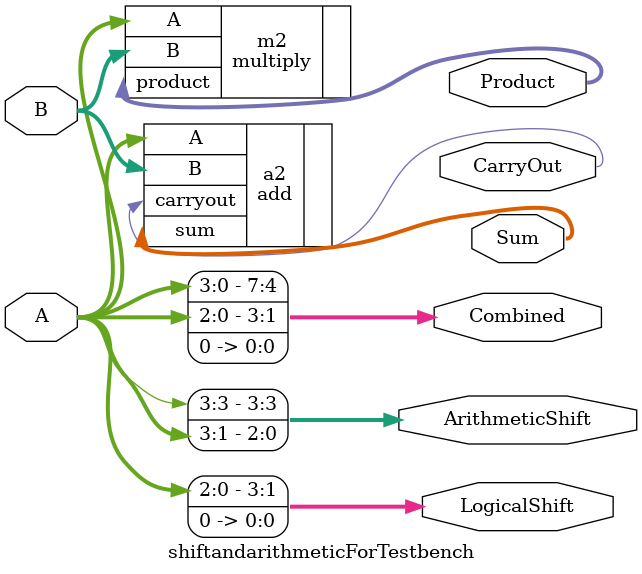
<source format=v>
module shiftandarithmeticForTestbench(
   input [3:0] A, B,
	output [3:0] LogicalShift,
	output [3:0] ArithmeticShift,
	output [7:0] Combined,
	output [3:0] Sum,
	output CarryOut,
	output [7:0] Product);
	
	
	//logical shift to the left
	assign LogicalShift = A << 1;
	//arithmetic shift to the right
	assign ArithmeticShift = $signed(A) >>> 1;
	//concatenation of A and Logical Shift result
	assign Combined = {A, LogicalShift};
	//addition
	
	add a2(.A(A), .B(B), .sum(Sum), .carryout(CarryOut));
	
	multiply m2(.A(A), .B(B), .product(Product));
endmodule
</source>
